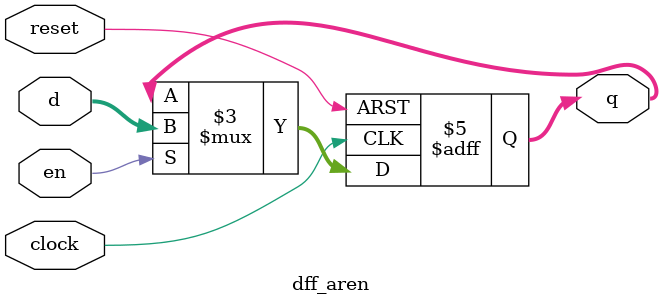
<source format=v>
module dff_aren
#(
	parameter DATA_WIDTH = 32,
	parameter RESET_VALUE = 'b0
)
(
    input   						clock,
    input   						reset,
    input   						en	 ,	
	input   	[DATA_WIDTH - 1:0]  d	 ,
	output reg	[DATA_WIDTH - 1:0]  q
);

always@(posedge clock or posedge reset) begin
	if(reset) begin
		q <= RESET_VALUE;
	end
	else if(en) begin
		q <= d;
	end
	else begin                                   
		q <= q;
	end
end
 
endmodule

</source>
